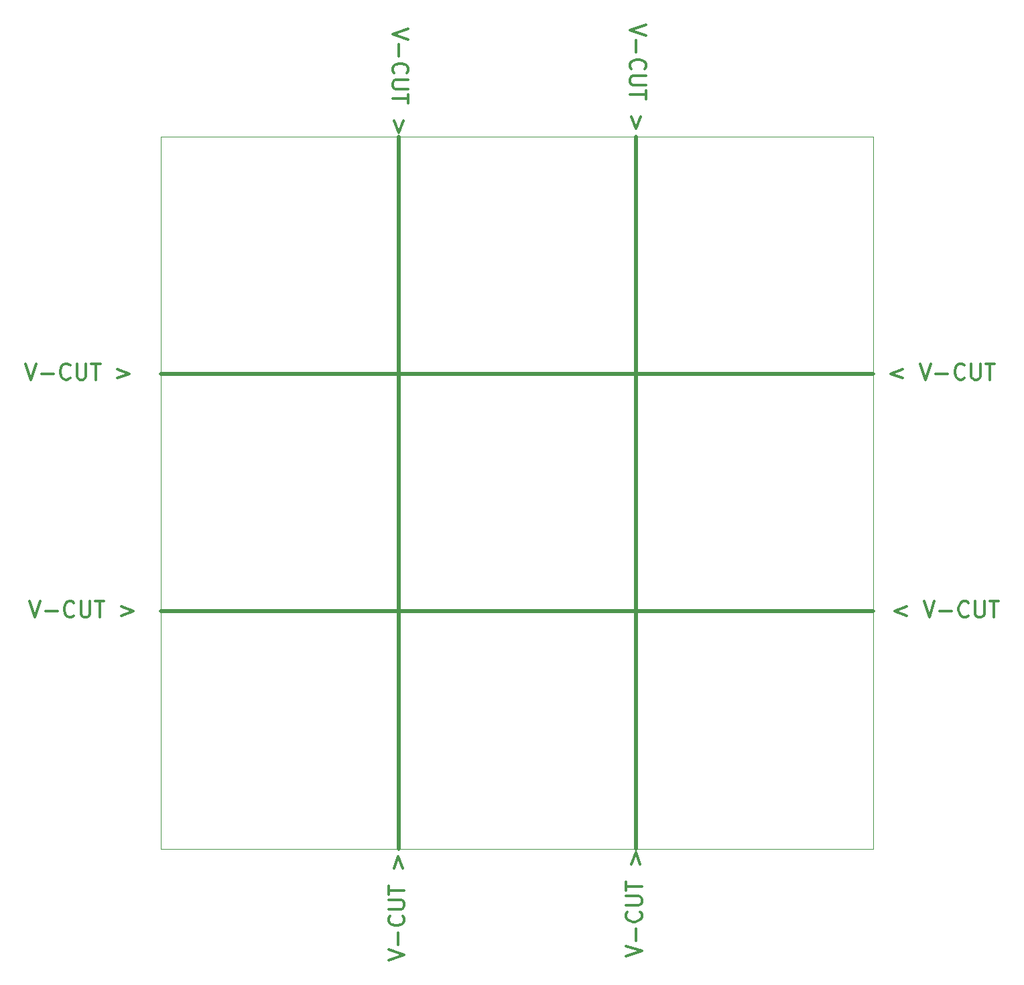
<source format=gbr>
G04 #@! TF.GenerationSoftware,KiCad,Pcbnew,8.0.3*
G04 #@! TF.CreationDate,2024-06-06T13:15:10+09:00*
G04 #@! TF.ProjectId,analog_switch_tester,616e616c-6f67-45f7-9377-697463685f74,1*
G04 #@! TF.SameCoordinates,Original*
G04 #@! TF.FileFunction,Profile,NP*
%FSLAX46Y46*%
G04 Gerber Fmt 4.6, Leading zero omitted, Abs format (unit mm)*
G04 Created by KiCad (PCBNEW 8.0.3) date 2024-06-06 13:15:10*
%MOMM*%
%LPD*%
G01*
G04 APERTURE LIST*
%ADD10C,0.300000*%
G04 #@! TA.AperFunction,Profile*
%ADD11C,0.500000*%
G04 #@! TD*
G04 #@! TA.AperFunction,Profile*
%ADD12C,0.050000*%
G04 #@! TD*
G04 APERTURE END LIST*
D10*
X49553638Y-123015655D02*
X51553638Y-122348989D01*
X51553638Y-122348989D02*
X49553638Y-121682322D01*
X50791733Y-121015655D02*
X50791733Y-119491846D01*
X51363161Y-117396608D02*
X51458400Y-117491846D01*
X51458400Y-117491846D02*
X51553638Y-117777560D01*
X51553638Y-117777560D02*
X51553638Y-117968036D01*
X51553638Y-117968036D02*
X51458400Y-118253751D01*
X51458400Y-118253751D02*
X51267923Y-118444227D01*
X51267923Y-118444227D02*
X51077447Y-118539465D01*
X51077447Y-118539465D02*
X50696495Y-118634703D01*
X50696495Y-118634703D02*
X50410780Y-118634703D01*
X50410780Y-118634703D02*
X50029828Y-118539465D01*
X50029828Y-118539465D02*
X49839352Y-118444227D01*
X49839352Y-118444227D02*
X49648876Y-118253751D01*
X49648876Y-118253751D02*
X49553638Y-117968036D01*
X49553638Y-117968036D02*
X49553638Y-117777560D01*
X49553638Y-117777560D02*
X49648876Y-117491846D01*
X49648876Y-117491846D02*
X49744114Y-117396608D01*
X49553638Y-116539465D02*
X51172685Y-116539465D01*
X51172685Y-116539465D02*
X51363161Y-116444227D01*
X51363161Y-116444227D02*
X51458400Y-116348989D01*
X51458400Y-116348989D02*
X51553638Y-116158513D01*
X51553638Y-116158513D02*
X51553638Y-115777560D01*
X51553638Y-115777560D02*
X51458400Y-115587084D01*
X51458400Y-115587084D02*
X51363161Y-115491846D01*
X51363161Y-115491846D02*
X51172685Y-115396608D01*
X51172685Y-115396608D02*
X49553638Y-115396608D01*
X49553638Y-114729941D02*
X49553638Y-113587084D01*
X51553638Y-114158513D02*
X49553638Y-114158513D01*
X50220304Y-111396607D02*
X50791733Y-109872798D01*
X50791733Y-109872798D02*
X51363161Y-111396607D01*
X79553638Y-122515655D02*
X81553638Y-121848989D01*
X81553638Y-121848989D02*
X79553638Y-121182322D01*
X80791733Y-120515655D02*
X80791733Y-118991846D01*
X81363161Y-116896608D02*
X81458400Y-116991846D01*
X81458400Y-116991846D02*
X81553638Y-117277560D01*
X81553638Y-117277560D02*
X81553638Y-117468036D01*
X81553638Y-117468036D02*
X81458400Y-117753751D01*
X81458400Y-117753751D02*
X81267923Y-117944227D01*
X81267923Y-117944227D02*
X81077447Y-118039465D01*
X81077447Y-118039465D02*
X80696495Y-118134703D01*
X80696495Y-118134703D02*
X80410780Y-118134703D01*
X80410780Y-118134703D02*
X80029828Y-118039465D01*
X80029828Y-118039465D02*
X79839352Y-117944227D01*
X79839352Y-117944227D02*
X79648876Y-117753751D01*
X79648876Y-117753751D02*
X79553638Y-117468036D01*
X79553638Y-117468036D02*
X79553638Y-117277560D01*
X79553638Y-117277560D02*
X79648876Y-116991846D01*
X79648876Y-116991846D02*
X79744114Y-116896608D01*
X79553638Y-116039465D02*
X81172685Y-116039465D01*
X81172685Y-116039465D02*
X81363161Y-115944227D01*
X81363161Y-115944227D02*
X81458400Y-115848989D01*
X81458400Y-115848989D02*
X81553638Y-115658513D01*
X81553638Y-115658513D02*
X81553638Y-115277560D01*
X81553638Y-115277560D02*
X81458400Y-115087084D01*
X81458400Y-115087084D02*
X81363161Y-114991846D01*
X81363161Y-114991846D02*
X81172685Y-114896608D01*
X81172685Y-114896608D02*
X79553638Y-114896608D01*
X79553638Y-114229941D02*
X79553638Y-113087084D01*
X81553638Y-113658513D02*
X79553638Y-113658513D01*
X80220304Y-110896607D02*
X80791733Y-109372798D01*
X80791733Y-109372798D02*
X81363161Y-110896607D01*
X82074361Y-4791344D02*
X80074361Y-5458010D01*
X80074361Y-5458010D02*
X82074361Y-6124677D01*
X80836266Y-6791344D02*
X80836266Y-8315154D01*
X80264838Y-10410391D02*
X80169600Y-10315153D01*
X80169600Y-10315153D02*
X80074361Y-10029439D01*
X80074361Y-10029439D02*
X80074361Y-9838963D01*
X80074361Y-9838963D02*
X80169600Y-9553248D01*
X80169600Y-9553248D02*
X80360076Y-9362772D01*
X80360076Y-9362772D02*
X80550552Y-9267534D01*
X80550552Y-9267534D02*
X80931504Y-9172296D01*
X80931504Y-9172296D02*
X81217219Y-9172296D01*
X81217219Y-9172296D02*
X81598171Y-9267534D01*
X81598171Y-9267534D02*
X81788647Y-9362772D01*
X81788647Y-9362772D02*
X81979123Y-9553248D01*
X81979123Y-9553248D02*
X82074361Y-9838963D01*
X82074361Y-9838963D02*
X82074361Y-10029439D01*
X82074361Y-10029439D02*
X81979123Y-10315153D01*
X81979123Y-10315153D02*
X81883885Y-10410391D01*
X82074361Y-11267534D02*
X80455314Y-11267534D01*
X80455314Y-11267534D02*
X80264838Y-11362772D01*
X80264838Y-11362772D02*
X80169600Y-11458010D01*
X80169600Y-11458010D02*
X80074361Y-11648486D01*
X80074361Y-11648486D02*
X80074361Y-12029439D01*
X80074361Y-12029439D02*
X80169600Y-12219915D01*
X80169600Y-12219915D02*
X80264838Y-12315153D01*
X80264838Y-12315153D02*
X80455314Y-12410391D01*
X80455314Y-12410391D02*
X82074361Y-12410391D01*
X82074361Y-13077058D02*
X82074361Y-14219915D01*
X80074361Y-13648486D02*
X82074361Y-13648486D01*
X81407695Y-16410392D02*
X80836266Y-17934202D01*
X80836266Y-17934202D02*
X80264838Y-16410392D01*
X52074361Y-5291344D02*
X50074361Y-5958010D01*
X50074361Y-5958010D02*
X52074361Y-6624677D01*
X50836266Y-7291344D02*
X50836266Y-8815154D01*
X50264838Y-10910391D02*
X50169600Y-10815153D01*
X50169600Y-10815153D02*
X50074361Y-10529439D01*
X50074361Y-10529439D02*
X50074361Y-10338963D01*
X50074361Y-10338963D02*
X50169600Y-10053248D01*
X50169600Y-10053248D02*
X50360076Y-9862772D01*
X50360076Y-9862772D02*
X50550552Y-9767534D01*
X50550552Y-9767534D02*
X50931504Y-9672296D01*
X50931504Y-9672296D02*
X51217219Y-9672296D01*
X51217219Y-9672296D02*
X51598171Y-9767534D01*
X51598171Y-9767534D02*
X51788647Y-9862772D01*
X51788647Y-9862772D02*
X51979123Y-10053248D01*
X51979123Y-10053248D02*
X52074361Y-10338963D01*
X52074361Y-10338963D02*
X52074361Y-10529439D01*
X52074361Y-10529439D02*
X51979123Y-10815153D01*
X51979123Y-10815153D02*
X51883885Y-10910391D01*
X52074361Y-11767534D02*
X50455314Y-11767534D01*
X50455314Y-11767534D02*
X50264838Y-11862772D01*
X50264838Y-11862772D02*
X50169600Y-11958010D01*
X50169600Y-11958010D02*
X50074361Y-12148486D01*
X50074361Y-12148486D02*
X50074361Y-12529439D01*
X50074361Y-12529439D02*
X50169600Y-12719915D01*
X50169600Y-12719915D02*
X50264838Y-12815153D01*
X50264838Y-12815153D02*
X50455314Y-12910391D01*
X50455314Y-12910391D02*
X52074361Y-12910391D01*
X52074361Y-13577058D02*
X52074361Y-14719915D01*
X50074361Y-14148486D02*
X52074361Y-14148486D01*
X51407695Y-16910392D02*
X50836266Y-18434202D01*
X50836266Y-18434202D02*
X50264838Y-16910392D01*
X114511368Y-48309804D02*
X112987558Y-48881233D01*
X112987558Y-48881233D02*
X114511368Y-49452661D01*
X116701844Y-47643138D02*
X117368510Y-49643138D01*
X117368510Y-49643138D02*
X118035177Y-47643138D01*
X118701844Y-48881233D02*
X120225654Y-48881233D01*
X122320891Y-49452661D02*
X122225653Y-49547900D01*
X122225653Y-49547900D02*
X121939939Y-49643138D01*
X121939939Y-49643138D02*
X121749463Y-49643138D01*
X121749463Y-49643138D02*
X121463748Y-49547900D01*
X121463748Y-49547900D02*
X121273272Y-49357423D01*
X121273272Y-49357423D02*
X121178034Y-49166947D01*
X121178034Y-49166947D02*
X121082796Y-48785995D01*
X121082796Y-48785995D02*
X121082796Y-48500280D01*
X121082796Y-48500280D02*
X121178034Y-48119328D01*
X121178034Y-48119328D02*
X121273272Y-47928852D01*
X121273272Y-47928852D02*
X121463748Y-47738376D01*
X121463748Y-47738376D02*
X121749463Y-47643138D01*
X121749463Y-47643138D02*
X121939939Y-47643138D01*
X121939939Y-47643138D02*
X122225653Y-47738376D01*
X122225653Y-47738376D02*
X122320891Y-47833614D01*
X123178034Y-47643138D02*
X123178034Y-49262185D01*
X123178034Y-49262185D02*
X123273272Y-49452661D01*
X123273272Y-49452661D02*
X123368510Y-49547900D01*
X123368510Y-49547900D02*
X123558986Y-49643138D01*
X123558986Y-49643138D02*
X123939939Y-49643138D01*
X123939939Y-49643138D02*
X124130415Y-49547900D01*
X124130415Y-49547900D02*
X124225653Y-49452661D01*
X124225653Y-49452661D02*
X124320891Y-49262185D01*
X124320891Y-49262185D02*
X124320891Y-47643138D01*
X124987558Y-47643138D02*
X126130415Y-47643138D01*
X125558986Y-49643138D02*
X125558986Y-47643138D01*
X115011368Y-78309804D02*
X113487558Y-78881233D01*
X113487558Y-78881233D02*
X115011368Y-79452661D01*
X117201844Y-77643138D02*
X117868510Y-79643138D01*
X117868510Y-79643138D02*
X118535177Y-77643138D01*
X119201844Y-78881233D02*
X120725654Y-78881233D01*
X122820891Y-79452661D02*
X122725653Y-79547900D01*
X122725653Y-79547900D02*
X122439939Y-79643138D01*
X122439939Y-79643138D02*
X122249463Y-79643138D01*
X122249463Y-79643138D02*
X121963748Y-79547900D01*
X121963748Y-79547900D02*
X121773272Y-79357423D01*
X121773272Y-79357423D02*
X121678034Y-79166947D01*
X121678034Y-79166947D02*
X121582796Y-78785995D01*
X121582796Y-78785995D02*
X121582796Y-78500280D01*
X121582796Y-78500280D02*
X121678034Y-78119328D01*
X121678034Y-78119328D02*
X121773272Y-77928852D01*
X121773272Y-77928852D02*
X121963748Y-77738376D01*
X121963748Y-77738376D02*
X122249463Y-77643138D01*
X122249463Y-77643138D02*
X122439939Y-77643138D01*
X122439939Y-77643138D02*
X122725653Y-77738376D01*
X122725653Y-77738376D02*
X122820891Y-77833614D01*
X123678034Y-77643138D02*
X123678034Y-79262185D01*
X123678034Y-79262185D02*
X123773272Y-79452661D01*
X123773272Y-79452661D02*
X123868510Y-79547900D01*
X123868510Y-79547900D02*
X124058986Y-79643138D01*
X124058986Y-79643138D02*
X124439939Y-79643138D01*
X124439939Y-79643138D02*
X124630415Y-79547900D01*
X124630415Y-79547900D02*
X124725653Y-79452661D01*
X124725653Y-79452661D02*
X124820891Y-79262185D01*
X124820891Y-79262185D02*
X124820891Y-77643138D01*
X125487558Y-77643138D02*
X126630415Y-77643138D01*
X126058986Y-79643138D02*
X126058986Y-77643138D01*
X4201844Y-77643138D02*
X4868510Y-79643138D01*
X4868510Y-79643138D02*
X5535177Y-77643138D01*
X6201844Y-78881233D02*
X7725654Y-78881233D01*
X9820891Y-79452661D02*
X9725653Y-79547900D01*
X9725653Y-79547900D02*
X9439939Y-79643138D01*
X9439939Y-79643138D02*
X9249463Y-79643138D01*
X9249463Y-79643138D02*
X8963748Y-79547900D01*
X8963748Y-79547900D02*
X8773272Y-79357423D01*
X8773272Y-79357423D02*
X8678034Y-79166947D01*
X8678034Y-79166947D02*
X8582796Y-78785995D01*
X8582796Y-78785995D02*
X8582796Y-78500280D01*
X8582796Y-78500280D02*
X8678034Y-78119328D01*
X8678034Y-78119328D02*
X8773272Y-77928852D01*
X8773272Y-77928852D02*
X8963748Y-77738376D01*
X8963748Y-77738376D02*
X9249463Y-77643138D01*
X9249463Y-77643138D02*
X9439939Y-77643138D01*
X9439939Y-77643138D02*
X9725653Y-77738376D01*
X9725653Y-77738376D02*
X9820891Y-77833614D01*
X10678034Y-77643138D02*
X10678034Y-79262185D01*
X10678034Y-79262185D02*
X10773272Y-79452661D01*
X10773272Y-79452661D02*
X10868510Y-79547900D01*
X10868510Y-79547900D02*
X11058986Y-79643138D01*
X11058986Y-79643138D02*
X11439939Y-79643138D01*
X11439939Y-79643138D02*
X11630415Y-79547900D01*
X11630415Y-79547900D02*
X11725653Y-79452661D01*
X11725653Y-79452661D02*
X11820891Y-79262185D01*
X11820891Y-79262185D02*
X11820891Y-77643138D01*
X12487558Y-77643138D02*
X13630415Y-77643138D01*
X13058986Y-79643138D02*
X13058986Y-77643138D01*
X15820892Y-78309804D02*
X17344702Y-78881233D01*
X17344702Y-78881233D02*
X15820892Y-79452661D01*
X3701844Y-47643138D02*
X4368510Y-49643138D01*
X4368510Y-49643138D02*
X5035177Y-47643138D01*
X5701844Y-48881233D02*
X7225654Y-48881233D01*
X9320891Y-49452661D02*
X9225653Y-49547900D01*
X9225653Y-49547900D02*
X8939939Y-49643138D01*
X8939939Y-49643138D02*
X8749463Y-49643138D01*
X8749463Y-49643138D02*
X8463748Y-49547900D01*
X8463748Y-49547900D02*
X8273272Y-49357423D01*
X8273272Y-49357423D02*
X8178034Y-49166947D01*
X8178034Y-49166947D02*
X8082796Y-48785995D01*
X8082796Y-48785995D02*
X8082796Y-48500280D01*
X8082796Y-48500280D02*
X8178034Y-48119328D01*
X8178034Y-48119328D02*
X8273272Y-47928852D01*
X8273272Y-47928852D02*
X8463748Y-47738376D01*
X8463748Y-47738376D02*
X8749463Y-47643138D01*
X8749463Y-47643138D02*
X8939939Y-47643138D01*
X8939939Y-47643138D02*
X9225653Y-47738376D01*
X9225653Y-47738376D02*
X9320891Y-47833614D01*
X10178034Y-47643138D02*
X10178034Y-49262185D01*
X10178034Y-49262185D02*
X10273272Y-49452661D01*
X10273272Y-49452661D02*
X10368510Y-49547900D01*
X10368510Y-49547900D02*
X10558986Y-49643138D01*
X10558986Y-49643138D02*
X10939939Y-49643138D01*
X10939939Y-49643138D02*
X11130415Y-49547900D01*
X11130415Y-49547900D02*
X11225653Y-49452661D01*
X11225653Y-49452661D02*
X11320891Y-49262185D01*
X11320891Y-49262185D02*
X11320891Y-47643138D01*
X11987558Y-47643138D02*
X13130415Y-47643138D01*
X12558986Y-49643138D02*
X12558986Y-47643138D01*
X15320892Y-48309804D02*
X16844702Y-48881233D01*
X16844702Y-48881233D02*
X15320892Y-49452661D01*
D11*
X20814000Y-78903500D02*
X110814000Y-78903500D01*
X20814000Y-48903500D02*
X110814000Y-48903500D01*
X80814000Y-18903500D02*
X80814000Y-108903500D01*
X50814000Y-18903500D02*
X50814000Y-108903500D01*
D12*
X20814000Y-18903500D02*
X110814000Y-18903500D01*
X110814000Y-108903500D01*
X20814000Y-108903500D01*
X20814000Y-18903500D01*
M02*

</source>
